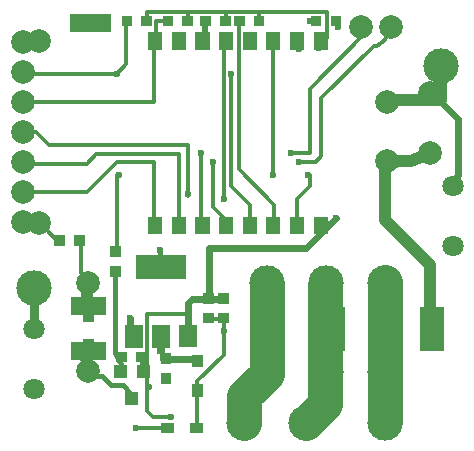
<source format=gbr>
%FSLAX32Y32*%
%MOMM*%
%LNKUPFERSEITE2*%
G71*
G01*
%ADD10C, 2.00*%
%ADD11C, 3.00*%
%ADD12C, 3.00*%
%ADD13C, 1.00*%
%ADD14C, 2.00*%
%ADD15C, 0.40*%
%ADD16C, 0.60*%
%ADD17C, 0.60*%
%ADD18C, 1.80*%
%ADD19C, 0.30*%
%ADD20C, 3.00*%
%ADD21C, 0.80*%
%ADD22C, 0.50*%
%ADD23C, 2.00*%
%LPD*%
X4345Y5057D02*
G54D10*
D03*
X4345Y4304D02*
G54D10*
D03*
X5858Y4301D02*
G54D11*
D03*
X5858Y5054D02*
G54D11*
D03*
X6360Y4301D02*
G54D11*
D03*
X6360Y5054D02*
G54D11*
D03*
X6862Y4301D02*
G54D11*
D03*
X6862Y5054D02*
G54D11*
D03*
G54D12*
X6858Y3888D02*
X6858Y5063D01*
G54D12*
X6350Y5031D02*
X6350Y4031D01*
X6191Y3872D01*
G54D12*
X5858Y5047D02*
X5858Y4285D01*
X5667Y4094D01*
G36*
X4498Y4932D02*
X4498Y4782D01*
X4198Y4782D01*
X4198Y4932D01*
X4498Y4932D01*
G37*
G36*
X4498Y4552D02*
X4498Y4402D01*
X4198Y4402D01*
X4198Y4552D01*
X4498Y4552D01*
G37*
G36*
X4865Y4246D02*
X4755Y4246D01*
X4755Y4356D01*
X4865Y4356D01*
X4865Y4246D01*
G37*
G36*
X4675Y4246D02*
X4565Y4246D01*
X4565Y4356D01*
X4675Y4356D01*
X4675Y4246D01*
G37*
G36*
X4770Y4024D02*
X4660Y4024D01*
X4660Y4134D01*
X4770Y4134D01*
X4770Y4024D01*
G37*
G54D13*
X4334Y4301D02*
X4334Y4412D01*
X4318Y4428D01*
G54D13*
X4334Y5015D02*
X4334Y4841D01*
X6874Y6085D02*
G54D14*
D03*
X6874Y6585D02*
G54D14*
D03*
X3927Y5564D02*
G54D14*
D03*
X3927Y7104D02*
G54D14*
D03*
G36*
X5266Y4508D02*
X5116Y4508D01*
X5116Y4698D01*
X5266Y4698D01*
X5266Y4508D01*
G37*
G36*
X5036Y4507D02*
X4886Y4507D01*
X4886Y4697D01*
X5036Y4697D01*
X5036Y4507D01*
G37*
G36*
X4806Y4507D02*
X4656Y4507D01*
X4656Y4697D01*
X4806Y4697D01*
X4806Y4507D01*
G37*
G36*
X5170Y5084D02*
X4750Y5084D01*
X4750Y5294D01*
X5170Y5294D01*
X5170Y5084D01*
G37*
G54D15*
X4397Y4269D02*
X4461Y4269D01*
X4540Y4190D01*
X4636Y4190D01*
X4699Y4126D01*
G54D15*
X4572Y5158D02*
X4572Y4460D01*
X4636Y4333D01*
G54D16*
X4810Y4412D02*
X4810Y4364D01*
X4810Y4301D01*
G36*
X5050Y4459D02*
X5050Y4369D01*
X4960Y4369D01*
X4960Y4459D01*
X5050Y4459D01*
G37*
G36*
X5049Y4292D02*
X5049Y4202D01*
X4959Y4202D01*
X4959Y4292D01*
X5049Y4292D01*
G37*
G54D15*
X4969Y4539D02*
X4969Y4412D01*
X4953Y4476D02*
G54D17*
D03*
X4953Y5333D02*
G54D17*
D03*
G54D15*
X4953Y5269D02*
X4953Y5333D01*
G36*
X4621Y5364D02*
X4621Y5274D01*
X4531Y5274D01*
X4531Y5364D01*
X4621Y5364D01*
G37*
G36*
X4620Y5197D02*
X4620Y5107D01*
X4530Y5107D01*
X4530Y5197D01*
X4620Y5197D01*
G37*
G36*
X6316Y4852D02*
X6516Y4852D01*
X6516Y4477D01*
X6316Y4477D01*
X6316Y4852D01*
G37*
G36*
X7157Y4851D02*
X7357Y4851D01*
X7357Y4476D01*
X7157Y4476D01*
X7157Y4851D01*
G37*
X7239Y6666D02*
G54D14*
D03*
X7239Y6158D02*
G54D14*
D03*
G36*
X4839Y4383D02*
X4749Y4383D01*
X4749Y4473D01*
X4839Y4473D01*
X4839Y4383D01*
G37*
G36*
X4672Y4382D02*
X4582Y4382D01*
X4582Y4472D01*
X4672Y4472D01*
X4672Y4382D01*
G37*
X4858Y4174D02*
G54D17*
D03*
X7430Y5364D02*
G54D18*
D03*
X7430Y5872D02*
G54D18*
D03*
G36*
X4395Y4825D02*
X4395Y4720D01*
X4305Y4720D01*
X4305Y4825D01*
X4395Y4825D01*
G37*
G36*
X4395Y4578D02*
X4395Y4473D01*
X4305Y4473D01*
X4305Y4578D01*
X4395Y4578D01*
G37*
G36*
X5317Y4711D02*
X5317Y4801D01*
X5407Y4801D01*
X5407Y4711D01*
X5317Y4711D01*
G37*
G36*
X5316Y4878D02*
X5316Y4968D01*
X5406Y4968D01*
X5406Y4878D01*
X5316Y4878D01*
G37*
G36*
X5444Y4711D02*
X5444Y4801D01*
X5534Y4801D01*
X5534Y4711D01*
X5444Y4711D01*
G37*
G36*
X5443Y4878D02*
X5443Y4968D01*
X5533Y4968D01*
X5533Y4878D01*
X5443Y4878D01*
G37*
G54D19*
X5270Y3840D02*
X5270Y4222D01*
X5493Y4444D01*
X5493Y4745D01*
G54D19*
X5366Y4745D02*
X5477Y4745D01*
X5493Y4650D02*
G54D17*
D03*
G54D16*
X5191Y4634D02*
X5191Y4888D01*
X5223Y4920D01*
X5477Y4920D01*
G36*
X5316Y4444D02*
X5316Y4339D01*
X5226Y4339D01*
X5226Y4444D01*
X5316Y4444D01*
G37*
G36*
X5316Y4197D02*
X5316Y4092D01*
X5226Y4092D01*
X5226Y4197D01*
X5316Y4197D01*
G37*
X5191Y4793D02*
G54D17*
D03*
X5191Y4856D02*
G54D17*
D03*
G54D16*
X5001Y4412D02*
X5255Y4412D01*
X5667Y3872D02*
G54D20*
D03*
X6191Y3872D02*
G54D20*
D03*
X6858Y3872D02*
G54D20*
D03*
G54D12*
X5667Y4094D02*
X5667Y3872D01*
G36*
X6253Y5616D02*
X6373Y5616D01*
X6373Y5466D01*
X6253Y5466D01*
X6253Y5616D01*
G37*
G36*
X6053Y5616D02*
X6173Y5616D01*
X6173Y5466D01*
X6053Y5466D01*
X6053Y5616D01*
G37*
G36*
X5853Y5616D02*
X5973Y5616D01*
X5973Y5466D01*
X5853Y5466D01*
X5853Y5616D01*
G37*
G36*
X5653Y5616D02*
X5773Y5616D01*
X5773Y5466D01*
X5653Y5466D01*
X5653Y5616D01*
G37*
G36*
X5453Y5616D02*
X5573Y5616D01*
X5573Y5466D01*
X5453Y5466D01*
X5453Y5616D01*
G37*
G36*
X5253Y5616D02*
X5373Y5616D01*
X5373Y5466D01*
X5253Y5466D01*
X5253Y5616D01*
G37*
G36*
X5053Y5616D02*
X5173Y5616D01*
X5173Y5466D01*
X5053Y5466D01*
X5053Y5616D01*
G37*
G36*
X4853Y5616D02*
X4973Y5616D01*
X4973Y5466D01*
X4853Y5466D01*
X4853Y5616D01*
G37*
G36*
X6253Y7179D02*
X6373Y7179D01*
X6373Y7029D01*
X6253Y7029D01*
X6253Y7179D01*
G37*
G36*
X6053Y7179D02*
X6173Y7179D01*
X6173Y7029D01*
X6053Y7029D01*
X6053Y7179D01*
G37*
G36*
X5853Y7179D02*
X5973Y7179D01*
X5973Y7029D01*
X5853Y7029D01*
X5853Y7179D01*
G37*
G36*
X5653Y7179D02*
X5773Y7179D01*
X5773Y7029D01*
X5653Y7029D01*
X5653Y7179D01*
G37*
G36*
X5453Y7179D02*
X5573Y7179D01*
X5573Y7029D01*
X5453Y7029D01*
X5453Y7179D01*
G37*
G36*
X5253Y7179D02*
X5373Y7179D01*
X5373Y7029D01*
X5253Y7029D01*
X5253Y7179D01*
G37*
G36*
X5053Y7179D02*
X5173Y7179D01*
X5173Y7029D01*
X5053Y7029D01*
X5053Y7179D01*
G37*
G36*
X4853Y7179D02*
X4973Y7179D01*
X4973Y7029D01*
X4853Y7029D01*
X4853Y7179D01*
G37*
G54D13*
X7239Y4730D02*
X7239Y5206D01*
X6858Y5587D01*
X6858Y6079D01*
X7080Y6087D01*
X7239Y6158D01*
X7334Y6888D02*
G54D20*
D03*
G54D13*
X7334Y6873D02*
X7334Y6603D01*
X6842Y6603D01*
G54D19*
X4842Y4364D02*
X4842Y4793D01*
X5191Y4793D01*
X3889Y4666D02*
G54D18*
D03*
X3889Y4158D02*
G54D18*
D03*
G54D16*
X7239Y6603D02*
X7318Y6603D01*
X7477Y6444D01*
X7477Y5968D01*
X7398Y5857D01*
G54D16*
X5366Y4920D02*
X5366Y5349D01*
X6191Y5349D01*
X6445Y5603D01*
X6398Y5555D02*
G54D17*
D03*
X6445Y5603D02*
G54D17*
D03*
X3889Y5015D02*
G54D20*
D03*
G54D21*
X3889Y5015D02*
X3889Y4666D01*
G36*
X5316Y3780D02*
X5211Y3780D01*
X5211Y3870D01*
X5316Y3870D01*
X5316Y3780D01*
G37*
G36*
X5069Y3780D02*
X4964Y3780D01*
X4964Y3870D01*
X5069Y3870D01*
X5069Y3780D01*
G37*
X5048Y3920D02*
G54D17*
D03*
G54D19*
X4842Y4269D02*
X4842Y3968D01*
X4890Y3920D01*
X5048Y3920D01*
X4747Y3825D02*
G54D17*
D03*
G54D19*
X4747Y3825D02*
X5016Y3825D01*
G36*
X6487Y7226D02*
X6397Y7226D01*
X6397Y7316D01*
X6487Y7316D01*
X6487Y7226D01*
G37*
G36*
X6320Y7225D02*
X6230Y7225D01*
X6230Y7315D01*
X6320Y7315D01*
X6320Y7225D01*
G37*
G36*
X4884Y7226D02*
X4794Y7226D01*
X4794Y7316D01*
X4884Y7316D01*
X4884Y7226D01*
G37*
G36*
X4717Y7225D02*
X4627Y7225D01*
X4627Y7315D01*
X4717Y7315D01*
X4717Y7225D01*
G37*
G36*
X5836Y7226D02*
X5746Y7226D01*
X5746Y7316D01*
X5836Y7316D01*
X5836Y7226D01*
G37*
G36*
X5669Y7225D02*
X5579Y7225D01*
X5579Y7315D01*
X5669Y7315D01*
X5669Y7225D01*
G37*
G36*
X5550Y7226D02*
X5460Y7226D01*
X5460Y7316D01*
X5550Y7316D01*
X5550Y7226D01*
G37*
G36*
X5383Y7225D02*
X5293Y7225D01*
X5293Y7315D01*
X5383Y7315D01*
X5383Y7225D01*
G37*
G36*
X5233Y7226D02*
X5143Y7226D01*
X5143Y7316D01*
X5233Y7316D01*
X5233Y7226D01*
G37*
G36*
X5066Y7225D02*
X4976Y7225D01*
X4976Y7315D01*
X5066Y7315D01*
X5066Y7225D01*
G37*
G54D19*
X5509Y7270D02*
X5509Y7349D01*
X5794Y7349D01*
X5794Y7285D01*
X5794Y7349D01*
X6080Y7349D01*
X6080Y7349D01*
X6080Y7349D01*
X6366Y7349D01*
X6366Y7127D01*
G54D22*
X5334Y7270D02*
X5334Y7127D01*
G54D19*
X5524Y7349D02*
X5191Y7349D01*
X5191Y7285D01*
G54D19*
X5016Y7270D02*
X4921Y7270D01*
X4921Y7127D01*
G54D19*
X5620Y7270D02*
X5620Y6015D01*
X5921Y5714D01*
X5921Y5571D01*
X5493Y5761D02*
G54D17*
D03*
G54D19*
X5493Y5761D02*
X5493Y7095D01*
G54D19*
X5906Y7079D02*
X5906Y5968D01*
G54D19*
X4588Y5333D02*
X4588Y5968D01*
X5906Y5968D02*
G54D17*
D03*
X4604Y5968D02*
G54D17*
D03*
X5001Y4222D02*
G54D17*
D03*
X4699Y4761D02*
G54D17*
D03*
G54D16*
X4699Y4761D02*
X4699Y4650D01*
X4683Y4634D01*
X6302Y7047D02*
G54D17*
D03*
X6461Y7222D02*
G54D17*
D03*
X3794Y6840D02*
G54D23*
D03*
X3794Y6586D02*
G54D23*
D03*
X3794Y6332D02*
G54D23*
D03*
X3794Y6078D02*
G54D23*
D03*
X3794Y5824D02*
G54D23*
D03*
X3794Y5570D02*
G54D23*
D03*
G54D19*
X4905Y7095D02*
X4905Y6587D01*
X3842Y6587D01*
G54D19*
X5715Y5555D02*
X5715Y5714D01*
X5556Y5872D01*
X5556Y6825D01*
G54D19*
X4572Y6825D02*
X3810Y6825D01*
X4588Y6825D02*
G54D17*
D03*
X5556Y6825D02*
G54D17*
D03*
G54D19*
X4905Y5555D02*
X4905Y6079D01*
X4588Y6079D01*
X4334Y5825D01*
X3794Y5825D01*
X3778Y5809D01*
G54D19*
X3810Y6063D02*
X4334Y6063D01*
X4413Y6142D01*
X5112Y6142D01*
X5112Y5571D01*
X5128Y5555D01*
X5191Y5809D02*
G54D17*
D03*
G54D19*
X3810Y6333D02*
X3905Y6333D01*
X4016Y6222D01*
X5191Y6222D01*
X5191Y5793D01*
G54D19*
X5223Y7349D02*
X4842Y7349D01*
X4842Y7285D01*
G54D19*
X4667Y7270D02*
X4667Y6904D01*
X4588Y6825D01*
G36*
X4316Y5367D02*
X4226Y5367D01*
X4226Y5457D01*
X4316Y5457D01*
X4316Y5367D01*
G37*
G36*
X4148Y5366D02*
X4058Y5366D01*
X4058Y5456D01*
X4148Y5456D01*
X4148Y5366D01*
G37*
G54D19*
X3985Y5507D02*
X4096Y5396D01*
G54D19*
X4286Y5396D02*
X4286Y5142D01*
X4366Y5063D01*
X6906Y7222D02*
G54D23*
D03*
X6652Y7222D02*
G54D23*
D03*
X6207Y5968D02*
G54D17*
D03*
G54D19*
X6112Y5523D02*
X6112Y5761D01*
X6223Y5872D01*
X6223Y5968D01*
G54D19*
X5302Y5555D02*
X5302Y6158D01*
G54D19*
X5509Y5571D02*
X5509Y5587D01*
X5398Y5698D01*
X5398Y6079D01*
X5302Y6158D02*
G54D17*
D03*
X5398Y6079D02*
G54D17*
D03*
X6128Y6079D02*
G54D17*
D03*
X6064Y6158D02*
G54D17*
D03*
G54D19*
X6906Y7222D02*
X6858Y7111D01*
X6794Y7063D01*
X6763Y7063D01*
X6318Y6619D01*
X6318Y6126D01*
X6271Y6079D01*
X6128Y6079D01*
G54D19*
X6064Y6158D02*
X6223Y6158D01*
X6223Y6698D01*
X6683Y7158D01*
G36*
X4540Y7329D02*
X4540Y7179D01*
X4190Y7179D01*
X4190Y7329D01*
X4540Y7329D01*
G37*
X6128Y7031D02*
G54D17*
D03*
X3794Y7095D02*
G54D23*
D03*
X4461Y7206D02*
G54D17*
D03*
X6223Y7270D02*
G54D17*
D03*
M02*

</source>
